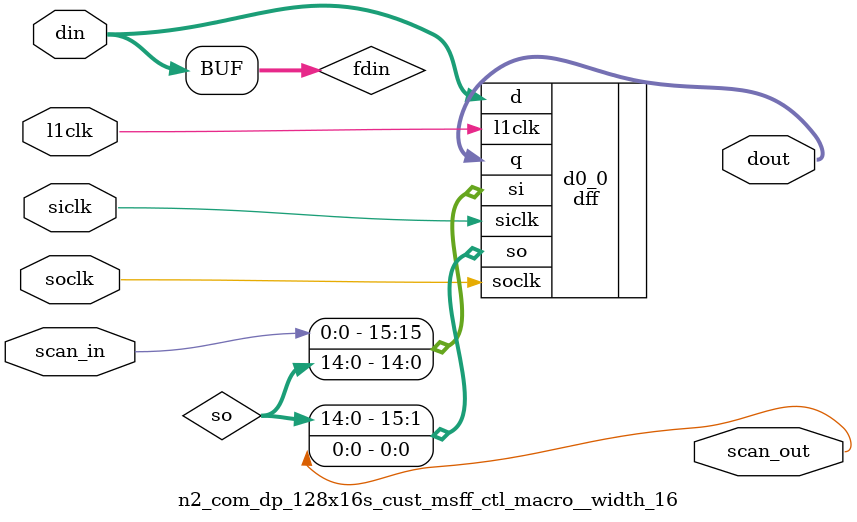
<source format=v>
`define OUTFLOP_n2_com_dp_128x16s_cust  TRUE		



module n2_com_dp_128x16s_cust (
  wr_adr, 
  wr_en, 
  rd_adr, 
  rd_en, 
  din, 
  dout, 
  rdclk, 
  wrclk, 
  scan_in, 
  tcu_pce_ov, 
  tcu_aclk, 
  tcu_bclk, 
  tcu_array_wr_inhibit, 
  tcu_se_scancollar_in, 
  tcu_se_scancollar_out, 
  bist_clk_mux_sel, 
  rd_pce, 
  wr_pce, 
  scan_out);
wire rd_lce;
wire wr_lce;
wire rdclk_in;
wire wrclk_in;
wire rdclk_free;
wire wrclk_free;
wire rdclk_out;
wire dff_wr_addr_scanin;
wire dff_wr_addr_scanout;
wire [6:0] wr_adr_d1;
wire [6:1] dff_rd_addr_scan;
wire dff_rd_addr_scanin;
wire dff_rd_addr_scanout;
wire [6:0] rd_adr_d1;
wire [6:0] rd_adr_mq_l_unused;
wire [6:0] rd_adr_q_unused;
wire [6:0] rd_adr_q_l_unused;
wire dff_rd_en_scanin;
wire dff_rd_en_scanout;
wire rd_en_d1;
wire rd_en_mq_l_unused;
wire rd_en_q_unused;
wire rd_en_q_l_unused;
wire dff_wr_en_scanin;
wire dff_wr_en_scanout;
wire wr_en_d1;
wire [7:1] dff_din_hi_scan;
wire dff_din_hi_scanin;
wire dff_din_hi_scanout;
wire [15:0] din_d1;
wire [7:1] dff_din_lo_scan;
wire dff_din_lo_scanin;
wire dff_din_lo_scanout;
wire wr_inh_;
wire rd_en_d1_qual;
wire wr_en_d1_qual;
wire [15:0] local_dout;
wire dff_dout_scanin;
wire dff_dout_scanout;
		
input	[6:0]	wr_adr;
input			wr_en;
input	[6:0]	rd_adr;
input			rd_en;
input	[15:0] 	din;
output	[15:0]	dout;
input		rdclk;
input		wrclk;
input		scan_in;
input		tcu_pce_ov;
input		tcu_aclk;
input		tcu_bclk;
input		tcu_array_wr_inhibit;
input		tcu_se_scancollar_in;

input		tcu_se_scancollar_out;

input		bist_clk_mux_sel;
input		rd_pce;
input		wr_pce;
output		scan_out;

// synopsys translate_off

wire pce_ov	= tcu_pce_ov;
wire siclk	= tcu_aclk;
wire soclk	= tcu_bclk;
//================================================
// Clock headers
//================================================
cl_mc1_bistlatch_4x rd_pce_lat (
	.l2clk	(rdclk),
	.pce	(rd_pce),
	.pce_ov	(pce_ov),
	.lce	(rd_lce)
);
cl_mc1_bistlatch_4x wr_pce_lat (
	.l2clk	(wrclk),
	.pce	(wr_pce),
	.pce_ov	(pce_ov),
	.lce	(wr_lce)
);
cl_mc1_bistl1hdr_8x rch_in (
        .l2clk  (rdclk), 
        .se     (tcu_se_scancollar_in),
	.clksel	(bist_clk_mux_sel),
	.bistclk(rdclk),
	.lce	(rd_lce),
        .l1clk  (rdclk_in)
);
cl_mc1_bistl1hdr_8x wch_in (
        .l2clk  (wrclk), 
        .se     (tcu_se_scancollar_in),
	.clksel	(bist_clk_mux_sel),
	.bistclk(rdclk),
	.lce	(wr_lce),
        .l1clk  (wrclk_in)
);
cl_mc1_bistl1hdr_8x rch_free (
        .l2clk  (rdclk), 
        .se     (1'b0),
	.clksel	(bist_clk_mux_sel),
	.bistclk(rdclk),
	.lce	(rd_lce),
        .l1clk  (rdclk_free)
);
cl_mc1_bistl1hdr_8x wch_free (
        .l2clk  (wrclk), 
        .se     (1'b0),
	.clksel	(bist_clk_mux_sel),
	.bistclk(rdclk),
	.lce	(wr_lce),
        .l1clk  (wrclk_free)
);

cl_mc1_bistl1hdr_8x rch_out (
        .l2clk  (rdclk), 
        .se     (tcu_se_scancollar_out),
	.clksel	(bist_clk_mux_sel),
	.bistclk(rdclk),
	.lce	(rd_lce),
        .l1clk  (rdclk_out)
);

///////////////////////////////////////////////////////////////
// Flop the inputs                                           //
///////////////////////////////////////////////////////////////
n2_com_dp_128x16s_cust_msff_ctl_macro__width_7 dff_wr_addr  (
	.scan_in	(dff_wr_addr_scanin),
	.scan_out	(dff_wr_addr_scanout),
	.l1clk		(wrclk_in),
	.din		(wr_adr[6:0]),
	.dout		(wr_adr_d1[6:0]),
  .siclk(siclk),
  .soclk(soclk)
);
n2_com_dp_128x16s_cust_sram_msff_mo_macro__fs_1__width_7 dff_rd_addr   (
	.scan_in	({dff_rd_addr_scan[6:1],dff_rd_addr_scanin}),
	.scan_out	({dff_rd_addr_scanout,dff_rd_addr_scan[6:1]}),
	.l1clk		(rdclk_in),
	.and_clk	(rdclk_in),
	.d		(rd_adr[6:0]),
	.mq		(rd_adr_d1[6:0]),
	.mq_l		(rd_adr_mq_l_unused[6:0]),
	.q		(rd_adr_q_unused[6:0]),
	.q_l		(rd_adr_q_l_unused[6:0]),
  .siclk(siclk),
  .soclk(soclk)
);
n2_com_dp_128x16s_cust_sram_msff_mo_macro__width_1 dff_rd_en  (
	.scan_in	(dff_rd_en_scanin),
	.scan_out	(dff_rd_en_scanout),
	.l1clk		(rdclk_in),
	.and_clk	(rdclk_in),
	.d		(rd_en),
	.mq		(rd_en_d1),
	.mq_l		(rd_en_mq_l_unused),
	.q		(rd_en_q_unused),
	.q_l		(rd_en_q_l_unused),
  .siclk(siclk),
  .soclk(soclk)
);
n2_com_dp_128x16s_cust_msff_ctl_macro__width_1 dff_wr_en  (
	.scan_in	(dff_wr_en_scanin),
	.scan_out	(dff_wr_en_scanout),
	.l1clk		(wrclk_in),
	.din		(wr_en),
	.dout		(wr_en_d1),
  .siclk(siclk),
  .soclk(soclk)
);
n2_com_dp_128x16s_cust_msff_ctl_macro__fs_1__width_8 dff_din_hi   (
	.scan_in	({dff_din_hi_scan[7:1],dff_din_hi_scanin}),
	.scan_out	({dff_din_hi_scanout,dff_din_hi_scan[7:1]}),
	.l1clk		(wrclk_in),
	.din		(din[15:8]),
	.dout		(din_d1[15:8]),
  .siclk(siclk),
  .soclk(soclk)
);
n2_com_dp_128x16s_cust_msff_ctl_macro__fs_1__width_8 dff_din_lo   (
	.scan_in	({dff_din_lo_scan[7:1],dff_din_lo_scanin}),
	.scan_out	({dff_din_lo_scanout,dff_din_lo_scan[7:1]}),
	.l1clk		(wrclk_in),
	.din		(din[7:0]),
	.dout		(din_d1[7:0]),
  .siclk(siclk),
  .soclk(soclk)
);
n2_com_dp_128x16s_cust_inv_macro__width_1 wr_inh_inv  (
	.din		(tcu_array_wr_inhibit),
	.dout		(wr_inh_)
);
n2_com_dp_128x16s_cust_and_macro__width_2 enable_qual  (
	.din0		({2{wr_inh_}}),
	.din1		({rd_en_d1,wr_en_d1}),
	.dout		({rd_en_d1_qual,wr_en_d1_qual})
);
n2_com_dp_128x16s_cust_n2_com_array_macro__rows_128__width_16__z_array array    (
	.rclk	(rdclk_free),
	.wclk	(wrclk_free),
	.wr_adr (wr_adr_d1[6:0]),
	.wr_en	(wr_en_d1_qual),
	.rd_adr (rd_adr_d1[6:0]),
	.rd_en	(rd_en_d1_qual),
	.din	(din_d1[15:0]),
	.dout	(local_dout[15:0])
);

n2_com_dp_128x16s_cust_msff_ctl_macro__width_16 dff_dout  (
	.scan_in	(dff_dout_scanin),
	.scan_out	(dff_dout_scanout),
	.l1clk		(rdclk_out),
	.din		(local_dout[15:0]),
	.dout		(dout[15:0]),
  .siclk(siclk),
  .soclk(soclk)
);


supply0 vss;
supply1 vdd;

// fixscan start:
assign dff_wr_addr_scanin         = scan_in                  ;
assign dff_rd_addr_scanin         = dff_wr_addr_scanout      ;
assign dff_wr_en_scanin           = dff_rd_addr_scanout      ;
assign dff_rd_en_scanin           = dff_wr_en_scanout        ;
assign dff_din_lo_scanin          = dff_rd_en_scanout        ;
assign dff_din_hi_scanin          = dff_din_lo_scanout       ;
assign dff_dout_scanin            = dff_din_hi_scanout       ;
assign scan_out                   = dff_dout_scanout         ;
// fixscan end:

// synopsys translate_on

endmodule







// any PARAMS parms go into naming of macro

module n2_com_dp_128x16s_cust_msff_ctl_macro__width_7 (
  din, 
  l1clk, 
  scan_in, 
  siclk, 
  soclk, 
  dout, 
  scan_out);
wire [6:0] fdin;
wire [5:0] so;

  input [6:0] din;
  input l1clk;
  input scan_in;


  input siclk;
  input soclk;

  output [6:0] dout;
  output scan_out;
assign fdin[6:0] = din[6:0];






dff #(7)  d0_0 (
.l1clk(l1clk),
.siclk(siclk),
.soclk(soclk),
.d(fdin[6:0]),
.si({scan_in,so[5:0]}),
.so({so[5:0],scan_out}),
.q(dout[6:0])
);












endmodule









//
//   macro for cl_mc1_sram_msff_mo_{16,8,4}x flops
//
//





module n2_com_dp_128x16s_cust_sram_msff_mo_macro__fs_1__width_7 (
  d, 
  scan_in, 
  l1clk, 
  and_clk, 
  siclk, 
  soclk, 
  mq, 
  mq_l, 
  scan_out, 
  q, 
  q_l);
input [6:0] d;
  input [6:0] scan_in;
input l1clk;
input and_clk;
input siclk;
input soclk;
output [6:0] mq;
output [6:0] mq_l;
  output [6:0] scan_out;
output [6:0] q;
output [6:0] q_l;






new_dlata #(7)  d0_0 (
.d(d[6:0]),
.si(scan_in[6:0]),
.so(scan_out[6:0]),
.l1clk(l1clk),
.and_clk(and_clk),
.siclk(siclk),
.soclk(soclk),
.q(q[6:0]),
.q_l(q_l[6:0]),
.mq(mq[6:0]),
.mq_l(mq_l[6:0])
);










//place::generic_place($width,$stack,$left);

endmodule





//
//   macro for cl_mc1_sram_msff_mo_{16,8,4}x flops
//
//





module n2_com_dp_128x16s_cust_sram_msff_mo_macro__width_1 (
  d, 
  scan_in, 
  l1clk, 
  and_clk, 
  siclk, 
  soclk, 
  mq, 
  mq_l, 
  scan_out, 
  q, 
  q_l);
input [0:0] d;
  input scan_in;
input l1clk;
input and_clk;
input siclk;
input soclk;
output [0:0] mq;
output [0:0] mq_l;
  output scan_out;
output [0:0] q;
output [0:0] q_l;






new_dlata #(1)  d0_0 (
.d(d[0:0]),
.si(scan_in),
.so(scan_out),
.l1clk(l1clk),
.and_clk(and_clk),
.siclk(siclk),
.soclk(soclk),
.q(q[0:0]),
.q_l(q_l[0:0]),
.mq(mq[0:0]),
.mq_l(mq_l[0:0])
);










//place::generic_place($width,$stack,$left);

endmodule









// any PARAMS parms go into naming of macro

module n2_com_dp_128x16s_cust_msff_ctl_macro__width_1 (
  din, 
  l1clk, 
  scan_in, 
  siclk, 
  soclk, 
  dout, 
  scan_out);
wire [0:0] fdin;

  input [0:0] din;
  input l1clk;
  input scan_in;


  input siclk;
  input soclk;

  output [0:0] dout;
  output scan_out;
assign fdin[0:0] = din[0:0];






dff #(1)  d0_0 (
.l1clk(l1clk),
.siclk(siclk),
.soclk(soclk),
.d(fdin[0:0]),
.si(scan_in),
.so(scan_out),
.q(dout[0:0])
);












endmodule













// any PARAMS parms go into naming of macro

module n2_com_dp_128x16s_cust_msff_ctl_macro__fs_1__width_8 (
  din, 
  l1clk, 
  scan_in, 
  siclk, 
  soclk, 
  dout, 
  scan_out);
wire [7:0] fdin;

  input [7:0] din;
  input l1clk;
  input [7:0] scan_in;


  input siclk;
  input soclk;

  output [7:0] dout;
  output [7:0] scan_out;
assign fdin[7:0] = din[7:0];






dff #(8)  d0_0 (
.l1clk(l1clk),
.siclk(siclk),
.soclk(soclk),
.d(fdin[7:0]),
.si(scan_in[7:0]),
.so(scan_out[7:0]),
.q(dout[7:0])
);












endmodule









//
//   invert macro
//
//





module n2_com_dp_128x16s_cust_inv_macro__width_1 (
  din, 
  dout);
  input [0:0] din;
  output [0:0] dout;






inv #(1)  d0_0 (
.in(din[0:0]),
.out(dout[0:0])
);









endmodule





//  
//   and macro for ports = 2,3,4
//
//





module n2_com_dp_128x16s_cust_and_macro__width_2 (
  din0, 
  din1, 
  dout);
  input [1:0] din0;
  input [1:0] din1;
  output [1:0] dout;






and2 #(2)  d0_0 (
.in0(din0[1:0]),
.in1(din1[1:0]),
.out(dout[1:0])
);









endmodule










module n2_com_dp_128x16s_cust_n2_com_array_macro__rows_128__width_16__z_array (
  rclk, 
  wclk, 
  rd_adr, 
  rd_en, 
  wr_en, 
  wr_adr, 
  din, 
  dout);

input		rclk;
input		wclk;
input	[6:0]	rd_adr;
input		rd_en;
input		wr_en;
input	[6:0]	wr_adr;
input	[16-1:0]	din;
output	[16-1:0]	dout; 



reg	[16-1:0]	mem[128-1:0];
reg	[16-1:0]	local_dout;

`ifndef NOINITMEM
// Emulate reset
integer i;
initial begin
 for (i=0; i<128; i=i+1) begin
   mem[i] = 16'b0;
 end
 local_dout = 16'b0;
end
`endif
//////////////////////
// Read/write array
//////////////////////
always @(negedge wclk) begin
   if (wr_en) begin
       mem[wr_adr] <= din;


   end
end
always @(rclk or rd_en or wr_en or rd_adr or wr_adr) begin
   if (rclk) begin
     if (rd_en) begin
         if (wr_en & (wr_adr[6:0] == rd_adr[6:0]))
             local_dout[16-1:0] <= 16'hx;
         else
             local_dout[16-1:0] <= mem[rd_adr] ;
     end
     else
             local_dout[16-1:0] <= ~(16'h0);
  end
end
assign dout[16-1:0] = local_dout[16-1:0];
supply0 vss;
supply1 vdd;




endmodule 






// any PARAMS parms go into naming of macro

module n2_com_dp_128x16s_cust_msff_ctl_macro__width_16 (
  din, 
  l1clk, 
  scan_in, 
  siclk, 
  soclk, 
  dout, 
  scan_out);
wire [15:0] fdin;
wire [14:0] so;

  input [15:0] din;
  input l1clk;
  input scan_in;


  input siclk;
  input soclk;

  output [15:0] dout;
  output scan_out;
assign fdin[15:0] = din[15:0];






dff #(16)  d0_0 (
.l1clk(l1clk),
.siclk(siclk),
.soclk(soclk),
.d(fdin[15:0]),
.si({scan_in,so[14:0]}),
.so({so[14:0],scan_out}),
.q(dout[15:0])
);












endmodule









</source>
